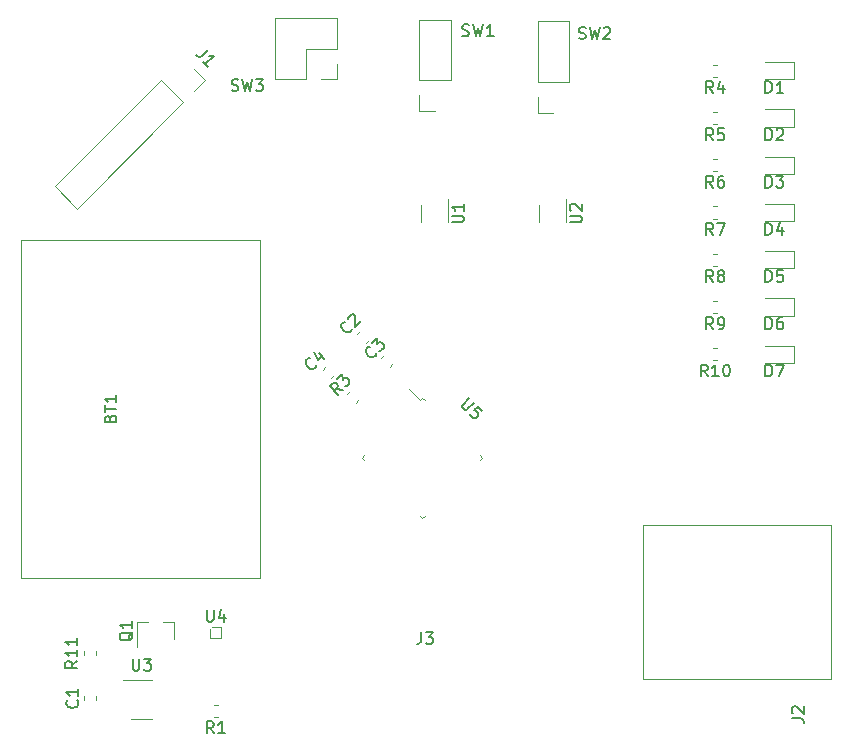
<source format=gbr>
%TF.GenerationSoftware,KiCad,Pcbnew,(5.1.4)-1*%
%TF.CreationDate,2020-10-28T09:08:47+02:00*%
%TF.ProjectId,Borta Dators,426f7274-6120-4446-9174-6f72732e6b69,rev?*%
%TF.SameCoordinates,Original*%
%TF.FileFunction,Legend,Top*%
%TF.FilePolarity,Positive*%
%FSLAX46Y46*%
G04 Gerber Fmt 4.6, Leading zero omitted, Abs format (unit mm)*
G04 Created by KiCad (PCBNEW (5.1.4)-1) date 2020-10-28 09:08:47*
%MOMM*%
%LPD*%
G04 APERTURE LIST*
%ADD10C,0.120000*%
%ADD11C,0.150000*%
G04 APERTURE END LIST*
D10*
%TO.C,BT1*%
X80790000Y-99300000D02*
X80790000Y-70700000D01*
X80790000Y-99300000D02*
X100990000Y-99300000D01*
X100990000Y-99300000D02*
X100990000Y-70700000D01*
X80790000Y-70700000D02*
X100990000Y-70700000D01*
%TO.C,C1*%
X86104000Y-109645267D02*
X86104000Y-109302733D01*
X87124000Y-109645267D02*
X87124000Y-109302733D01*
%TO.C,C2*%
X109504762Y-78385271D02*
X109262553Y-78627480D01*
X110226011Y-79106520D02*
X109983802Y-79348729D01*
%TO.C,C3*%
X111278271Y-80659480D02*
X111520480Y-80417271D01*
X111999520Y-81380729D02*
X112241729Y-81138520D01*
%TO.C,C4*%
X107046520Y-82380447D02*
X107288729Y-82138238D01*
X106325271Y-81659198D02*
X106567480Y-81416989D01*
%TO.C,D1*%
X146220000Y-55605000D02*
X143760000Y-55605000D01*
X146220000Y-57075000D02*
X146220000Y-55605000D01*
X143760000Y-57075000D02*
X146220000Y-57075000D01*
%TO.C,D2*%
X143760000Y-61075000D02*
X146220000Y-61075000D01*
X146220000Y-61075000D02*
X146220000Y-59605000D01*
X146220000Y-59605000D02*
X143760000Y-59605000D01*
%TO.C,D3*%
X143760000Y-65075000D02*
X146220000Y-65075000D01*
X146220000Y-65075000D02*
X146220000Y-63605000D01*
X146220000Y-63605000D02*
X143760000Y-63605000D01*
%TO.C,D4*%
X143760000Y-69075000D02*
X146220000Y-69075000D01*
X146220000Y-69075000D02*
X146220000Y-67605000D01*
X146220000Y-67605000D02*
X143760000Y-67605000D01*
%TO.C,D5*%
X146220000Y-71605000D02*
X143760000Y-71605000D01*
X146220000Y-73075000D02*
X146220000Y-71605000D01*
X143760000Y-73075000D02*
X146220000Y-73075000D01*
%TO.C,D6*%
X143760000Y-77075000D02*
X146220000Y-77075000D01*
X146220000Y-77075000D02*
X146220000Y-75605000D01*
X146220000Y-75605000D02*
X143760000Y-75605000D01*
%TO.C,D7*%
X146220000Y-79605000D02*
X143760000Y-79605000D01*
X146220000Y-81075000D02*
X146220000Y-79605000D01*
X143760000Y-81075000D02*
X146220000Y-81075000D01*
%TO.C,J1*%
X92649522Y-57107574D02*
X94530426Y-58988478D01*
X92649522Y-57107574D02*
X83626840Y-66130256D01*
X83626840Y-66130256D02*
X85507744Y-68011160D01*
X94530426Y-58988478D02*
X85507744Y-68011160D01*
X96368904Y-57150000D02*
X95428452Y-58090452D01*
X95428452Y-56209548D02*
X96368904Y-57150000D01*
%TO.C,J2*%
X149410000Y-94820000D02*
X149410000Y-107820000D01*
X133410000Y-94820000D02*
X133410000Y-107820000D01*
X149410000Y-107820000D02*
X133410000Y-107820000D01*
X133410000Y-94820000D02*
X149410000Y-94820000D01*
%TO.C,Q1*%
X93782000Y-102999000D02*
X92852000Y-102999000D01*
X90622000Y-102999000D02*
X91552000Y-102999000D01*
X90622000Y-102999000D02*
X90622000Y-105159000D01*
X93782000Y-102999000D02*
X93782000Y-104459000D01*
%TO.C,R1*%
X97439267Y-111050800D02*
X97096733Y-111050800D01*
X97439267Y-110030800D02*
X97096733Y-110030800D01*
%TO.C,R3*%
X108639480Y-83465271D02*
X108397271Y-83707480D01*
X109360729Y-84186520D02*
X109118520Y-84428729D01*
%TO.C,R4*%
X139731267Y-56850000D02*
X139388733Y-56850000D01*
X139731267Y-55830000D02*
X139388733Y-55830000D01*
%TO.C,R5*%
X139731267Y-59830000D02*
X139388733Y-59830000D01*
X139731267Y-60850000D02*
X139388733Y-60850000D01*
%TO.C,R6*%
X139731267Y-63830000D02*
X139388733Y-63830000D01*
X139731267Y-64850000D02*
X139388733Y-64850000D01*
%TO.C,R7*%
X139731267Y-68850000D02*
X139388733Y-68850000D01*
X139731267Y-67830000D02*
X139388733Y-67830000D01*
%TO.C,R8*%
X139731267Y-71830000D02*
X139388733Y-71830000D01*
X139731267Y-72850000D02*
X139388733Y-72850000D01*
%TO.C,R9*%
X139731267Y-76850000D02*
X139388733Y-76850000D01*
X139731267Y-75830000D02*
X139388733Y-75830000D01*
%TO.C,R10*%
X139731267Y-79830000D02*
X139388733Y-79830000D01*
X139731267Y-80850000D02*
X139388733Y-80850000D01*
%TO.C,R11*%
X87124000Y-105492733D02*
X87124000Y-105835267D01*
X86104000Y-105492733D02*
X86104000Y-105835267D01*
%TO.C,SW1*%
X115824000Y-59750000D02*
X114494000Y-59750000D01*
X114494000Y-59750000D02*
X114494000Y-58420000D01*
X114494000Y-57150000D02*
X114494000Y-52010000D01*
X117154000Y-52010000D02*
X114494000Y-52010000D01*
X117154000Y-57150000D02*
X117154000Y-52010000D01*
X117154000Y-57150000D02*
X114494000Y-57150000D01*
%TO.C,SW2*%
X127187000Y-57277000D02*
X124527000Y-57277000D01*
X127187000Y-57277000D02*
X127187000Y-52137000D01*
X127187000Y-52137000D02*
X124527000Y-52137000D01*
X124527000Y-57277000D02*
X124527000Y-52137000D01*
X124527000Y-59877000D02*
X124527000Y-58547000D01*
X125857000Y-59877000D02*
X124527000Y-59877000D01*
%TO.C,SW3*%
X107510000Y-51870000D02*
X102310000Y-51870000D01*
X107510000Y-54470000D02*
X107510000Y-51870000D01*
X102310000Y-57070000D02*
X102310000Y-51870000D01*
X107510000Y-54470000D02*
X104910000Y-54470000D01*
X104910000Y-54470000D02*
X104910000Y-57070000D01*
X104910000Y-57070000D02*
X102310000Y-57070000D01*
X107510000Y-55740000D02*
X107510000Y-57070000D01*
X107510000Y-57070000D02*
X106180000Y-57070000D01*
%TO.C,U1*%
X116970000Y-69110000D02*
X116970000Y-67210000D01*
X114650000Y-67710000D02*
X114650000Y-69110000D01*
%TO.C,U2*%
X124650000Y-67710000D02*
X124650000Y-69110000D01*
X126970000Y-69110000D02*
X126970000Y-67210000D01*
%TO.C,U3*%
X90100000Y-111180000D02*
X91900000Y-111180000D01*
X91900000Y-107960000D02*
X89450000Y-107960000D01*
%TO.C,U4*%
X96808000Y-104360000D02*
X96808000Y-103594000D01*
X97756000Y-104360000D02*
X96808000Y-104360000D01*
X97756000Y-103412000D02*
X97756000Y-104360000D01*
X96990000Y-103412000D02*
X97756000Y-103412000D01*
%TO.C,U5*%
X114530868Y-94010179D02*
X114743000Y-94222311D01*
X114743000Y-94222311D02*
X114955132Y-94010179D01*
X109849821Y-89329132D02*
X109637689Y-89117000D01*
X109637689Y-89117000D02*
X109849821Y-88904868D01*
X119636179Y-88904868D02*
X119848311Y-89117000D01*
X119848311Y-89117000D02*
X119636179Y-89329132D01*
X114955132Y-84223821D02*
X114743000Y-84011689D01*
X114743000Y-84011689D02*
X114530868Y-84223821D01*
X114530868Y-84223821D02*
X113601023Y-83293976D01*
%TO.C,J3*%
D11*
X114666666Y-103872380D02*
X114666666Y-104586666D01*
X114619047Y-104729523D01*
X114523809Y-104824761D01*
X114380952Y-104872380D01*
X114285714Y-104872380D01*
X115047619Y-103872380D02*
X115666666Y-103872380D01*
X115333333Y-104253333D01*
X115476190Y-104253333D01*
X115571428Y-104300952D01*
X115619047Y-104348571D01*
X115666666Y-104443809D01*
X115666666Y-104681904D01*
X115619047Y-104777142D01*
X115571428Y-104824761D01*
X115476190Y-104872380D01*
X115190476Y-104872380D01*
X115095238Y-104824761D01*
X115047619Y-104777142D01*
%TO.C,BT1*%
X88338571Y-85765714D02*
X88386190Y-85622857D01*
X88433809Y-85575238D01*
X88529047Y-85527619D01*
X88671904Y-85527619D01*
X88767142Y-85575238D01*
X88814761Y-85622857D01*
X88862380Y-85718095D01*
X88862380Y-86099047D01*
X87862380Y-86099047D01*
X87862380Y-85765714D01*
X87910000Y-85670476D01*
X87957619Y-85622857D01*
X88052857Y-85575238D01*
X88148095Y-85575238D01*
X88243333Y-85622857D01*
X88290952Y-85670476D01*
X88338571Y-85765714D01*
X88338571Y-86099047D01*
X87862380Y-85241904D02*
X87862380Y-84670476D01*
X88862380Y-84956190D02*
X87862380Y-84956190D01*
X88862380Y-83813333D02*
X88862380Y-84384761D01*
X88862380Y-84099047D02*
X87862380Y-84099047D01*
X88005238Y-84194285D01*
X88100476Y-84289523D01*
X88148095Y-84384761D01*
%TO.C,C1*%
X85541142Y-109640666D02*
X85588761Y-109688285D01*
X85636380Y-109831142D01*
X85636380Y-109926380D01*
X85588761Y-110069238D01*
X85493523Y-110164476D01*
X85398285Y-110212095D01*
X85207809Y-110259714D01*
X85064952Y-110259714D01*
X84874476Y-110212095D01*
X84779238Y-110164476D01*
X84684000Y-110069238D01*
X84636380Y-109926380D01*
X84636380Y-109831142D01*
X84684000Y-109688285D01*
X84731619Y-109640666D01*
X85636380Y-108688285D02*
X85636380Y-109259714D01*
X85636380Y-108974000D02*
X84636380Y-108974000D01*
X84779238Y-109069238D01*
X84874476Y-109164476D01*
X84922095Y-109259714D01*
%TO.C,C2*%
X108801338Y-78159758D02*
X108801338Y-78227101D01*
X108733994Y-78361788D01*
X108666651Y-78429132D01*
X108531963Y-78496475D01*
X108397276Y-78496475D01*
X108296261Y-78462804D01*
X108127902Y-78361788D01*
X108026887Y-78260773D01*
X107925872Y-78092414D01*
X107892200Y-77991399D01*
X107892200Y-77856712D01*
X107959544Y-77722025D01*
X108026887Y-77654681D01*
X108161574Y-77587338D01*
X108228918Y-77587338D01*
X108498292Y-77317964D02*
X108498292Y-77250620D01*
X108531963Y-77149605D01*
X108700322Y-76981246D01*
X108801338Y-76947575D01*
X108868681Y-76947575D01*
X108969696Y-76981246D01*
X109037040Y-77048590D01*
X109104383Y-77183277D01*
X109104383Y-77991399D01*
X109542116Y-77553666D01*
%TO.C,C3*%
X110883524Y-80258226D02*
X110883524Y-80325569D01*
X110816180Y-80460256D01*
X110748837Y-80527600D01*
X110614149Y-80594943D01*
X110479462Y-80594943D01*
X110378447Y-80561272D01*
X110210088Y-80460256D01*
X110109073Y-80359241D01*
X110008058Y-80190882D01*
X109974386Y-80089867D01*
X109974386Y-79955180D01*
X110041730Y-79820493D01*
X110109073Y-79753149D01*
X110243760Y-79685806D01*
X110311104Y-79685806D01*
X110479462Y-79382760D02*
X110917195Y-78945027D01*
X110950867Y-79450104D01*
X111051882Y-79349088D01*
X111152898Y-79315417D01*
X111220241Y-79315417D01*
X111321256Y-79349088D01*
X111489615Y-79517447D01*
X111523287Y-79618462D01*
X111523287Y-79685806D01*
X111489615Y-79786821D01*
X111287585Y-79988852D01*
X111186569Y-80022524D01*
X111119226Y-80022524D01*
%TO.C,C4*%
X105798686Y-81253107D02*
X105798686Y-81320450D01*
X105731342Y-81455137D01*
X105663999Y-81522481D01*
X105529311Y-81589824D01*
X105394624Y-81589824D01*
X105293609Y-81556153D01*
X105125250Y-81455137D01*
X105024235Y-81354122D01*
X104923220Y-81185763D01*
X104889548Y-81084748D01*
X104889548Y-80950061D01*
X104956892Y-80815374D01*
X105024235Y-80748030D01*
X105158922Y-80680687D01*
X105226266Y-80680687D01*
X106000716Y-80242954D02*
X106472121Y-80714359D01*
X105562983Y-80141939D02*
X105899701Y-80815374D01*
X106337434Y-80377641D01*
%TO.C,D1*%
X143821904Y-58222380D02*
X143821904Y-57222380D01*
X144060000Y-57222380D01*
X144202857Y-57270000D01*
X144298095Y-57365238D01*
X144345714Y-57460476D01*
X144393333Y-57650952D01*
X144393333Y-57793809D01*
X144345714Y-57984285D01*
X144298095Y-58079523D01*
X144202857Y-58174761D01*
X144060000Y-58222380D01*
X143821904Y-58222380D01*
X145345714Y-58222380D02*
X144774285Y-58222380D01*
X145060000Y-58222380D02*
X145060000Y-57222380D01*
X144964761Y-57365238D01*
X144869523Y-57460476D01*
X144774285Y-57508095D01*
%TO.C,D2*%
X143821904Y-62222380D02*
X143821904Y-61222380D01*
X144060000Y-61222380D01*
X144202857Y-61270000D01*
X144298095Y-61365238D01*
X144345714Y-61460476D01*
X144393333Y-61650952D01*
X144393333Y-61793809D01*
X144345714Y-61984285D01*
X144298095Y-62079523D01*
X144202857Y-62174761D01*
X144060000Y-62222380D01*
X143821904Y-62222380D01*
X144774285Y-61317619D02*
X144821904Y-61270000D01*
X144917142Y-61222380D01*
X145155238Y-61222380D01*
X145250476Y-61270000D01*
X145298095Y-61317619D01*
X145345714Y-61412857D01*
X145345714Y-61508095D01*
X145298095Y-61650952D01*
X144726666Y-62222380D01*
X145345714Y-62222380D01*
%TO.C,D3*%
X143821904Y-66222380D02*
X143821904Y-65222380D01*
X144060000Y-65222380D01*
X144202857Y-65270000D01*
X144298095Y-65365238D01*
X144345714Y-65460476D01*
X144393333Y-65650952D01*
X144393333Y-65793809D01*
X144345714Y-65984285D01*
X144298095Y-66079523D01*
X144202857Y-66174761D01*
X144060000Y-66222380D01*
X143821904Y-66222380D01*
X144726666Y-65222380D02*
X145345714Y-65222380D01*
X145012380Y-65603333D01*
X145155238Y-65603333D01*
X145250476Y-65650952D01*
X145298095Y-65698571D01*
X145345714Y-65793809D01*
X145345714Y-66031904D01*
X145298095Y-66127142D01*
X145250476Y-66174761D01*
X145155238Y-66222380D01*
X144869523Y-66222380D01*
X144774285Y-66174761D01*
X144726666Y-66127142D01*
%TO.C,D4*%
X143821904Y-70222380D02*
X143821904Y-69222380D01*
X144060000Y-69222380D01*
X144202857Y-69270000D01*
X144298095Y-69365238D01*
X144345714Y-69460476D01*
X144393333Y-69650952D01*
X144393333Y-69793809D01*
X144345714Y-69984285D01*
X144298095Y-70079523D01*
X144202857Y-70174761D01*
X144060000Y-70222380D01*
X143821904Y-70222380D01*
X145250476Y-69555714D02*
X145250476Y-70222380D01*
X145012380Y-69174761D02*
X144774285Y-69889047D01*
X145393333Y-69889047D01*
%TO.C,D5*%
X143821904Y-74222380D02*
X143821904Y-73222380D01*
X144060000Y-73222380D01*
X144202857Y-73270000D01*
X144298095Y-73365238D01*
X144345714Y-73460476D01*
X144393333Y-73650952D01*
X144393333Y-73793809D01*
X144345714Y-73984285D01*
X144298095Y-74079523D01*
X144202857Y-74174761D01*
X144060000Y-74222380D01*
X143821904Y-74222380D01*
X145298095Y-73222380D02*
X144821904Y-73222380D01*
X144774285Y-73698571D01*
X144821904Y-73650952D01*
X144917142Y-73603333D01*
X145155238Y-73603333D01*
X145250476Y-73650952D01*
X145298095Y-73698571D01*
X145345714Y-73793809D01*
X145345714Y-74031904D01*
X145298095Y-74127142D01*
X145250476Y-74174761D01*
X145155238Y-74222380D01*
X144917142Y-74222380D01*
X144821904Y-74174761D01*
X144774285Y-74127142D01*
%TO.C,D6*%
X143821904Y-78222380D02*
X143821904Y-77222380D01*
X144060000Y-77222380D01*
X144202857Y-77270000D01*
X144298095Y-77365238D01*
X144345714Y-77460476D01*
X144393333Y-77650952D01*
X144393333Y-77793809D01*
X144345714Y-77984285D01*
X144298095Y-78079523D01*
X144202857Y-78174761D01*
X144060000Y-78222380D01*
X143821904Y-78222380D01*
X145250476Y-77222380D02*
X145060000Y-77222380D01*
X144964761Y-77270000D01*
X144917142Y-77317619D01*
X144821904Y-77460476D01*
X144774285Y-77650952D01*
X144774285Y-78031904D01*
X144821904Y-78127142D01*
X144869523Y-78174761D01*
X144964761Y-78222380D01*
X145155238Y-78222380D01*
X145250476Y-78174761D01*
X145298095Y-78127142D01*
X145345714Y-78031904D01*
X145345714Y-77793809D01*
X145298095Y-77698571D01*
X145250476Y-77650952D01*
X145155238Y-77603333D01*
X144964761Y-77603333D01*
X144869523Y-77650952D01*
X144821904Y-77698571D01*
X144774285Y-77793809D01*
%TO.C,D7*%
X143821904Y-82222380D02*
X143821904Y-81222380D01*
X144060000Y-81222380D01*
X144202857Y-81270000D01*
X144298095Y-81365238D01*
X144345714Y-81460476D01*
X144393333Y-81650952D01*
X144393333Y-81793809D01*
X144345714Y-81984285D01*
X144298095Y-82079523D01*
X144202857Y-82174761D01*
X144060000Y-82222380D01*
X143821904Y-82222380D01*
X144726666Y-81222380D02*
X145393333Y-81222380D01*
X144964761Y-82222380D01*
%TO.C,J1*%
X96598208Y-54568386D02*
X96093132Y-55073462D01*
X95958445Y-55140806D01*
X95823758Y-55140806D01*
X95689071Y-55073462D01*
X95621728Y-55006119D01*
X96598208Y-55982600D02*
X96194147Y-55578539D01*
X96396178Y-55780569D02*
X97103285Y-55073462D01*
X96934926Y-55107134D01*
X96800239Y-55107134D01*
X96699224Y-55073462D01*
%TO.C,J2*%
X146042380Y-111163333D02*
X146756666Y-111163333D01*
X146899523Y-111210952D01*
X146994761Y-111306190D01*
X147042380Y-111449047D01*
X147042380Y-111544285D01*
X146137619Y-110734761D02*
X146090000Y-110687142D01*
X146042380Y-110591904D01*
X146042380Y-110353809D01*
X146090000Y-110258571D01*
X146137619Y-110210952D01*
X146232857Y-110163333D01*
X146328095Y-110163333D01*
X146470952Y-110210952D01*
X147042380Y-110782380D01*
X147042380Y-110163333D01*
%TO.C,Q1*%
X90249619Y-103854238D02*
X90202000Y-103949476D01*
X90106761Y-104044714D01*
X89963904Y-104187571D01*
X89916285Y-104282809D01*
X89916285Y-104378047D01*
X90154380Y-104330428D02*
X90106761Y-104425666D01*
X90011523Y-104520904D01*
X89821047Y-104568523D01*
X89487714Y-104568523D01*
X89297238Y-104520904D01*
X89202000Y-104425666D01*
X89154380Y-104330428D01*
X89154380Y-104139952D01*
X89202000Y-104044714D01*
X89297238Y-103949476D01*
X89487714Y-103901857D01*
X89821047Y-103901857D01*
X90011523Y-103949476D01*
X90106761Y-104044714D01*
X90154380Y-104139952D01*
X90154380Y-104330428D01*
X90154380Y-102949476D02*
X90154380Y-103520904D01*
X90154380Y-103235190D02*
X89154380Y-103235190D01*
X89297238Y-103330428D01*
X89392476Y-103425666D01*
X89440095Y-103520904D01*
%TO.C,R1*%
X97101333Y-112423180D02*
X96768000Y-111946990D01*
X96529904Y-112423180D02*
X96529904Y-111423180D01*
X96910857Y-111423180D01*
X97006095Y-111470800D01*
X97053714Y-111518419D01*
X97101333Y-111613657D01*
X97101333Y-111756514D01*
X97053714Y-111851752D01*
X97006095Y-111899371D01*
X96910857Y-111946990D01*
X96529904Y-111946990D01*
X98053714Y-112423180D02*
X97482285Y-112423180D01*
X97768000Y-112423180D02*
X97768000Y-111423180D01*
X97672761Y-111566038D01*
X97577523Y-111661276D01*
X97482285Y-111708895D01*
%TO.C,R3*%
X108025030Y-83368732D02*
X107452610Y-83267717D01*
X107620969Y-83772793D02*
X106913862Y-83065687D01*
X107183236Y-82796312D01*
X107284251Y-82762641D01*
X107351595Y-82762641D01*
X107452610Y-82796312D01*
X107553625Y-82897328D01*
X107587297Y-82998343D01*
X107587297Y-83065687D01*
X107553625Y-83166702D01*
X107284251Y-83436076D01*
X107553625Y-82425923D02*
X107991358Y-81988190D01*
X108025030Y-82493267D01*
X108126045Y-82392251D01*
X108227061Y-82358580D01*
X108294404Y-82358580D01*
X108395419Y-82392251D01*
X108563778Y-82560610D01*
X108597450Y-82661625D01*
X108597450Y-82728969D01*
X108563778Y-82829984D01*
X108361748Y-83032015D01*
X108260732Y-83065687D01*
X108193389Y-83065687D01*
%TO.C,R4*%
X139393333Y-58222380D02*
X139060000Y-57746190D01*
X138821904Y-58222380D02*
X138821904Y-57222380D01*
X139202857Y-57222380D01*
X139298095Y-57270000D01*
X139345714Y-57317619D01*
X139393333Y-57412857D01*
X139393333Y-57555714D01*
X139345714Y-57650952D01*
X139298095Y-57698571D01*
X139202857Y-57746190D01*
X138821904Y-57746190D01*
X140250476Y-57555714D02*
X140250476Y-58222380D01*
X140012380Y-57174761D02*
X139774285Y-57889047D01*
X140393333Y-57889047D01*
%TO.C,R5*%
X139393333Y-62222380D02*
X139060000Y-61746190D01*
X138821904Y-62222380D02*
X138821904Y-61222380D01*
X139202857Y-61222380D01*
X139298095Y-61270000D01*
X139345714Y-61317619D01*
X139393333Y-61412857D01*
X139393333Y-61555714D01*
X139345714Y-61650952D01*
X139298095Y-61698571D01*
X139202857Y-61746190D01*
X138821904Y-61746190D01*
X140298095Y-61222380D02*
X139821904Y-61222380D01*
X139774285Y-61698571D01*
X139821904Y-61650952D01*
X139917142Y-61603333D01*
X140155238Y-61603333D01*
X140250476Y-61650952D01*
X140298095Y-61698571D01*
X140345714Y-61793809D01*
X140345714Y-62031904D01*
X140298095Y-62127142D01*
X140250476Y-62174761D01*
X140155238Y-62222380D01*
X139917142Y-62222380D01*
X139821904Y-62174761D01*
X139774285Y-62127142D01*
%TO.C,R6*%
X139393333Y-66222380D02*
X139060000Y-65746190D01*
X138821904Y-66222380D02*
X138821904Y-65222380D01*
X139202857Y-65222380D01*
X139298095Y-65270000D01*
X139345714Y-65317619D01*
X139393333Y-65412857D01*
X139393333Y-65555714D01*
X139345714Y-65650952D01*
X139298095Y-65698571D01*
X139202857Y-65746190D01*
X138821904Y-65746190D01*
X140250476Y-65222380D02*
X140060000Y-65222380D01*
X139964761Y-65270000D01*
X139917142Y-65317619D01*
X139821904Y-65460476D01*
X139774285Y-65650952D01*
X139774285Y-66031904D01*
X139821904Y-66127142D01*
X139869523Y-66174761D01*
X139964761Y-66222380D01*
X140155238Y-66222380D01*
X140250476Y-66174761D01*
X140298095Y-66127142D01*
X140345714Y-66031904D01*
X140345714Y-65793809D01*
X140298095Y-65698571D01*
X140250476Y-65650952D01*
X140155238Y-65603333D01*
X139964761Y-65603333D01*
X139869523Y-65650952D01*
X139821904Y-65698571D01*
X139774285Y-65793809D01*
%TO.C,R7*%
X139393333Y-70222380D02*
X139060000Y-69746190D01*
X138821904Y-70222380D02*
X138821904Y-69222380D01*
X139202857Y-69222380D01*
X139298095Y-69270000D01*
X139345714Y-69317619D01*
X139393333Y-69412857D01*
X139393333Y-69555714D01*
X139345714Y-69650952D01*
X139298095Y-69698571D01*
X139202857Y-69746190D01*
X138821904Y-69746190D01*
X139726666Y-69222380D02*
X140393333Y-69222380D01*
X139964761Y-70222380D01*
%TO.C,R8*%
X139393333Y-74222380D02*
X139060000Y-73746190D01*
X138821904Y-74222380D02*
X138821904Y-73222380D01*
X139202857Y-73222380D01*
X139298095Y-73270000D01*
X139345714Y-73317619D01*
X139393333Y-73412857D01*
X139393333Y-73555714D01*
X139345714Y-73650952D01*
X139298095Y-73698571D01*
X139202857Y-73746190D01*
X138821904Y-73746190D01*
X139964761Y-73650952D02*
X139869523Y-73603333D01*
X139821904Y-73555714D01*
X139774285Y-73460476D01*
X139774285Y-73412857D01*
X139821904Y-73317619D01*
X139869523Y-73270000D01*
X139964761Y-73222380D01*
X140155238Y-73222380D01*
X140250476Y-73270000D01*
X140298095Y-73317619D01*
X140345714Y-73412857D01*
X140345714Y-73460476D01*
X140298095Y-73555714D01*
X140250476Y-73603333D01*
X140155238Y-73650952D01*
X139964761Y-73650952D01*
X139869523Y-73698571D01*
X139821904Y-73746190D01*
X139774285Y-73841428D01*
X139774285Y-74031904D01*
X139821904Y-74127142D01*
X139869523Y-74174761D01*
X139964761Y-74222380D01*
X140155238Y-74222380D01*
X140250476Y-74174761D01*
X140298095Y-74127142D01*
X140345714Y-74031904D01*
X140345714Y-73841428D01*
X140298095Y-73746190D01*
X140250476Y-73698571D01*
X140155238Y-73650952D01*
%TO.C,R9*%
X139393333Y-78222380D02*
X139060000Y-77746190D01*
X138821904Y-78222380D02*
X138821904Y-77222380D01*
X139202857Y-77222380D01*
X139298095Y-77270000D01*
X139345714Y-77317619D01*
X139393333Y-77412857D01*
X139393333Y-77555714D01*
X139345714Y-77650952D01*
X139298095Y-77698571D01*
X139202857Y-77746190D01*
X138821904Y-77746190D01*
X139869523Y-78222380D02*
X140060000Y-78222380D01*
X140155238Y-78174761D01*
X140202857Y-78127142D01*
X140298095Y-77984285D01*
X140345714Y-77793809D01*
X140345714Y-77412857D01*
X140298095Y-77317619D01*
X140250476Y-77270000D01*
X140155238Y-77222380D01*
X139964761Y-77222380D01*
X139869523Y-77270000D01*
X139821904Y-77317619D01*
X139774285Y-77412857D01*
X139774285Y-77650952D01*
X139821904Y-77746190D01*
X139869523Y-77793809D01*
X139964761Y-77841428D01*
X140155238Y-77841428D01*
X140250476Y-77793809D01*
X140298095Y-77746190D01*
X140345714Y-77650952D01*
%TO.C,R10*%
X138917142Y-82222380D02*
X138583809Y-81746190D01*
X138345714Y-82222380D02*
X138345714Y-81222380D01*
X138726666Y-81222380D01*
X138821904Y-81270000D01*
X138869523Y-81317619D01*
X138917142Y-81412857D01*
X138917142Y-81555714D01*
X138869523Y-81650952D01*
X138821904Y-81698571D01*
X138726666Y-81746190D01*
X138345714Y-81746190D01*
X139869523Y-82222380D02*
X139298095Y-82222380D01*
X139583809Y-82222380D02*
X139583809Y-81222380D01*
X139488571Y-81365238D01*
X139393333Y-81460476D01*
X139298095Y-81508095D01*
X140488571Y-81222380D02*
X140583809Y-81222380D01*
X140679047Y-81270000D01*
X140726666Y-81317619D01*
X140774285Y-81412857D01*
X140821904Y-81603333D01*
X140821904Y-81841428D01*
X140774285Y-82031904D01*
X140726666Y-82127142D01*
X140679047Y-82174761D01*
X140583809Y-82222380D01*
X140488571Y-82222380D01*
X140393333Y-82174761D01*
X140345714Y-82127142D01*
X140298095Y-82031904D01*
X140250476Y-81841428D01*
X140250476Y-81603333D01*
X140298095Y-81412857D01*
X140345714Y-81317619D01*
X140393333Y-81270000D01*
X140488571Y-81222380D01*
%TO.C,R11*%
X85542380Y-106306857D02*
X85066190Y-106640190D01*
X85542380Y-106878285D02*
X84542380Y-106878285D01*
X84542380Y-106497333D01*
X84590000Y-106402095D01*
X84637619Y-106354476D01*
X84732857Y-106306857D01*
X84875714Y-106306857D01*
X84970952Y-106354476D01*
X85018571Y-106402095D01*
X85066190Y-106497333D01*
X85066190Y-106878285D01*
X85542380Y-105354476D02*
X85542380Y-105925904D01*
X85542380Y-105640190D02*
X84542380Y-105640190D01*
X84685238Y-105735428D01*
X84780476Y-105830666D01*
X84828095Y-105925904D01*
X85542380Y-104402095D02*
X85542380Y-104973523D01*
X85542380Y-104687809D02*
X84542380Y-104687809D01*
X84685238Y-104783047D01*
X84780476Y-104878285D01*
X84828095Y-104973523D01*
%TO.C,SW1*%
X118150666Y-53364761D02*
X118293523Y-53412380D01*
X118531619Y-53412380D01*
X118626857Y-53364761D01*
X118674476Y-53317142D01*
X118722095Y-53221904D01*
X118722095Y-53126666D01*
X118674476Y-53031428D01*
X118626857Y-52983809D01*
X118531619Y-52936190D01*
X118341142Y-52888571D01*
X118245904Y-52840952D01*
X118198285Y-52793333D01*
X118150666Y-52698095D01*
X118150666Y-52602857D01*
X118198285Y-52507619D01*
X118245904Y-52460000D01*
X118341142Y-52412380D01*
X118579238Y-52412380D01*
X118722095Y-52460000D01*
X119055428Y-52412380D02*
X119293523Y-53412380D01*
X119484000Y-52698095D01*
X119674476Y-53412380D01*
X119912571Y-52412380D01*
X120817333Y-53412380D02*
X120245904Y-53412380D01*
X120531619Y-53412380D02*
X120531619Y-52412380D01*
X120436380Y-52555238D01*
X120341142Y-52650476D01*
X120245904Y-52698095D01*
%TO.C,SW2*%
X128023666Y-53591761D02*
X128166523Y-53639380D01*
X128404619Y-53639380D01*
X128499857Y-53591761D01*
X128547476Y-53544142D01*
X128595095Y-53448904D01*
X128595095Y-53353666D01*
X128547476Y-53258428D01*
X128499857Y-53210809D01*
X128404619Y-53163190D01*
X128214142Y-53115571D01*
X128118904Y-53067952D01*
X128071285Y-53020333D01*
X128023666Y-52925095D01*
X128023666Y-52829857D01*
X128071285Y-52734619D01*
X128118904Y-52687000D01*
X128214142Y-52639380D01*
X128452238Y-52639380D01*
X128595095Y-52687000D01*
X128928428Y-52639380D02*
X129166523Y-53639380D01*
X129357000Y-52925095D01*
X129547476Y-53639380D01*
X129785571Y-52639380D01*
X130118904Y-52734619D02*
X130166523Y-52687000D01*
X130261761Y-52639380D01*
X130499857Y-52639380D01*
X130595095Y-52687000D01*
X130642714Y-52734619D01*
X130690333Y-52829857D01*
X130690333Y-52925095D01*
X130642714Y-53067952D01*
X130071285Y-53639380D01*
X130690333Y-53639380D01*
%TO.C,SW3*%
X98616666Y-57994761D02*
X98759523Y-58042380D01*
X98997619Y-58042380D01*
X99092857Y-57994761D01*
X99140476Y-57947142D01*
X99188095Y-57851904D01*
X99188095Y-57756666D01*
X99140476Y-57661428D01*
X99092857Y-57613809D01*
X98997619Y-57566190D01*
X98807142Y-57518571D01*
X98711904Y-57470952D01*
X98664285Y-57423333D01*
X98616666Y-57328095D01*
X98616666Y-57232857D01*
X98664285Y-57137619D01*
X98711904Y-57090000D01*
X98807142Y-57042380D01*
X99045238Y-57042380D01*
X99188095Y-57090000D01*
X99521428Y-57042380D02*
X99759523Y-58042380D01*
X99950000Y-57328095D01*
X100140476Y-58042380D01*
X100378571Y-57042380D01*
X100664285Y-57042380D02*
X101283333Y-57042380D01*
X100950000Y-57423333D01*
X101092857Y-57423333D01*
X101188095Y-57470952D01*
X101235714Y-57518571D01*
X101283333Y-57613809D01*
X101283333Y-57851904D01*
X101235714Y-57947142D01*
X101188095Y-57994761D01*
X101092857Y-58042380D01*
X100807142Y-58042380D01*
X100711904Y-57994761D01*
X100664285Y-57947142D01*
%TO.C,U1*%
X117262380Y-69171904D02*
X118071904Y-69171904D01*
X118167142Y-69124285D01*
X118214761Y-69076666D01*
X118262380Y-68981428D01*
X118262380Y-68790952D01*
X118214761Y-68695714D01*
X118167142Y-68648095D01*
X118071904Y-68600476D01*
X117262380Y-68600476D01*
X118262380Y-67600476D02*
X118262380Y-68171904D01*
X118262380Y-67886190D02*
X117262380Y-67886190D01*
X117405238Y-67981428D01*
X117500476Y-68076666D01*
X117548095Y-68171904D01*
%TO.C,U2*%
X127262380Y-69171904D02*
X128071904Y-69171904D01*
X128167142Y-69124285D01*
X128214761Y-69076666D01*
X128262380Y-68981428D01*
X128262380Y-68790952D01*
X128214761Y-68695714D01*
X128167142Y-68648095D01*
X128071904Y-68600476D01*
X127262380Y-68600476D01*
X127357619Y-68171904D02*
X127310000Y-68124285D01*
X127262380Y-68029047D01*
X127262380Y-67790952D01*
X127310000Y-67695714D01*
X127357619Y-67648095D01*
X127452857Y-67600476D01*
X127548095Y-67600476D01*
X127690952Y-67648095D01*
X128262380Y-68219523D01*
X128262380Y-67600476D01*
%TO.C,U3*%
X90238095Y-106122380D02*
X90238095Y-106931904D01*
X90285714Y-107027142D01*
X90333333Y-107074761D01*
X90428571Y-107122380D01*
X90619047Y-107122380D01*
X90714285Y-107074761D01*
X90761904Y-107027142D01*
X90809523Y-106931904D01*
X90809523Y-106122380D01*
X91190476Y-106122380D02*
X91809523Y-106122380D01*
X91476190Y-106503333D01*
X91619047Y-106503333D01*
X91714285Y-106550952D01*
X91761904Y-106598571D01*
X91809523Y-106693809D01*
X91809523Y-106931904D01*
X91761904Y-107027142D01*
X91714285Y-107074761D01*
X91619047Y-107122380D01*
X91333333Y-107122380D01*
X91238095Y-107074761D01*
X91190476Y-107027142D01*
%TO.C,U4*%
X96520095Y-101974380D02*
X96520095Y-102783904D01*
X96567714Y-102879142D01*
X96615333Y-102926761D01*
X96710571Y-102974380D01*
X96901047Y-102974380D01*
X96996285Y-102926761D01*
X97043904Y-102879142D01*
X97091523Y-102783904D01*
X97091523Y-101974380D01*
X97996285Y-102307714D02*
X97996285Y-102974380D01*
X97758190Y-101926761D02*
X97520095Y-102641047D01*
X98139142Y-102641047D01*
%TO.C,U5*%
X118749265Y-84033238D02*
X118176845Y-84605658D01*
X118143173Y-84706673D01*
X118143173Y-84774017D01*
X118176845Y-84875032D01*
X118311532Y-85009719D01*
X118412547Y-85043391D01*
X118479891Y-85043391D01*
X118580906Y-85009719D01*
X119153326Y-84437299D01*
X119826761Y-85110734D02*
X119490043Y-84774017D01*
X119119654Y-85077063D01*
X119186997Y-85077063D01*
X119288013Y-85110734D01*
X119456371Y-85279093D01*
X119490043Y-85380108D01*
X119490043Y-85447452D01*
X119456371Y-85548467D01*
X119288013Y-85716826D01*
X119186997Y-85750498D01*
X119119654Y-85750498D01*
X119018639Y-85716826D01*
X118850280Y-85548467D01*
X118816608Y-85447452D01*
X118816608Y-85380108D01*
%TD*%
M02*

</source>
